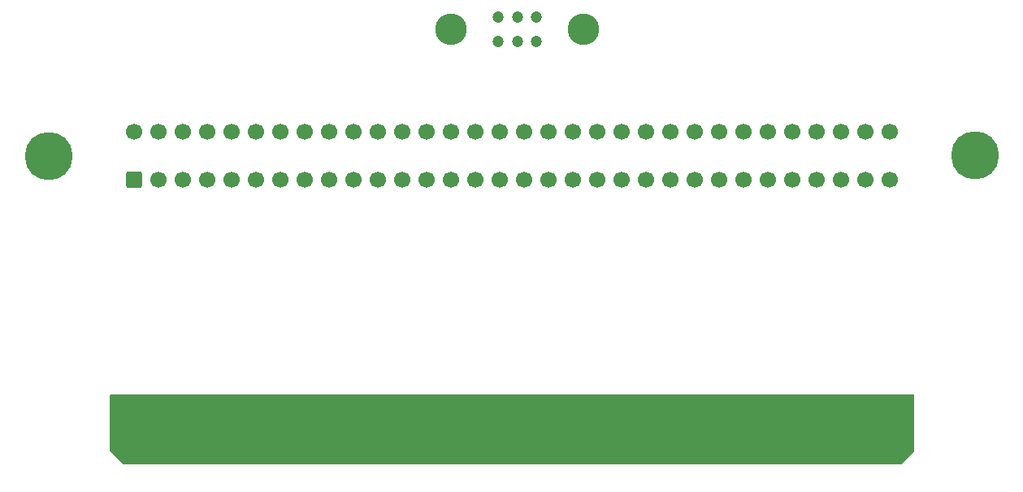
<source format=gts>
G04 #@! TF.GenerationSoftware,KiCad,Pcbnew,9.0.5*
G04 #@! TF.CreationDate,2025-10-21T18:02:58+01:00*
G04 #@! TF.ProjectId,md-dumper-mega-tech-adapter,6d642d64-756d-4706-9572-2d6d6567612d,rev?*
G04 #@! TF.SameCoordinates,Original*
G04 #@! TF.FileFunction,Soldermask,Top*
G04 #@! TF.FilePolarity,Negative*
%FSLAX46Y46*%
G04 Gerber Fmt 4.6, Leading zero omitted, Abs format (unit mm)*
G04 Created by KiCad (PCBNEW 9.0.5) date 2025-10-21 18:02:58*
%MOMM*%
%LPD*%
G01*
G04 APERTURE LIST*
G04 Aperture macros list*
%AMRoundRect*
0 Rectangle with rounded corners*
0 $1 Rounding radius*
0 $2 $3 $4 $5 $6 $7 $8 $9 X,Y pos of 4 corners*
0 Add a 4 corners polygon primitive as box body*
4,1,4,$2,$3,$4,$5,$6,$7,$8,$9,$2,$3,0*
0 Add four circle primitives for the rounded corners*
1,1,$1+$1,$2,$3*
1,1,$1+$1,$4,$5*
1,1,$1+$1,$6,$7*
1,1,$1+$1,$8,$9*
0 Add four rect primitives between the rounded corners*
20,1,$1+$1,$2,$3,$4,$5,0*
20,1,$1+$1,$4,$5,$6,$7,0*
20,1,$1+$1,$6,$7,$8,$9,0*
20,1,$1+$1,$8,$9,$2,$3,0*%
G04 Aperture macros list end*
%ADD10C,1.700000*%
%ADD11RoundRect,0.250000X0.600000X-0.600000X0.600000X0.600000X-0.600000X0.600000X-0.600000X-0.600000X0*%
%ADD12C,5.000000*%
%ADD13R,1.778000X6.985000*%
%ADD14C,1.200000*%
%ADD15C,3.290000*%
G04 APERTURE END LIST*
D10*
X106670000Y-95675000D03*
X109210000Y-95675000D03*
X111750000Y-95675000D03*
X114290000Y-95675000D03*
X116830000Y-95675000D03*
X119370000Y-95675000D03*
X121910000Y-95675000D03*
X124450000Y-95675000D03*
X126990000Y-95675000D03*
X129530000Y-95675000D03*
X132070000Y-95675000D03*
X134610000Y-95675000D03*
X137150000Y-95675000D03*
X139690000Y-95675000D03*
X142230000Y-95675000D03*
X144770000Y-95675000D03*
X147310000Y-95675000D03*
X149850000Y-95675000D03*
X152390000Y-95675000D03*
X154930000Y-95675000D03*
X157470000Y-95675000D03*
X160010000Y-95675000D03*
X162550000Y-95675000D03*
X165090000Y-95675000D03*
X167630000Y-95675000D03*
X170170000Y-95675000D03*
X172710000Y-95675000D03*
X175250000Y-95675000D03*
X177790000Y-95675000D03*
X180330000Y-95675000D03*
X182870000Y-95675000D03*
X185410000Y-95675000D03*
D11*
X106670000Y-100675000D03*
D10*
X109210000Y-100675000D03*
X111750000Y-100675000D03*
X114290000Y-100675000D03*
X116830000Y-100675000D03*
X119370000Y-100675000D03*
X121910000Y-100675000D03*
X124450000Y-100675000D03*
X126990000Y-100675000D03*
X129530000Y-100675000D03*
X132070000Y-100675000D03*
X134610000Y-100675000D03*
X137150000Y-100675000D03*
X139690000Y-100675000D03*
X142230000Y-100675000D03*
X144770000Y-100675000D03*
X147310000Y-100675000D03*
X149850000Y-100675000D03*
X152390000Y-100675000D03*
X154930000Y-100675000D03*
X157470000Y-100675000D03*
X160010000Y-100675000D03*
X162550000Y-100675000D03*
X165090000Y-100675000D03*
X167630000Y-100675000D03*
X170170000Y-100675000D03*
X172710000Y-100675000D03*
X175250000Y-100675000D03*
X177790000Y-100675000D03*
X180330000Y-100675000D03*
X182870000Y-100675000D03*
X185410000Y-100675000D03*
D12*
X97730000Y-98175000D03*
X194295000Y-98140000D03*
D13*
X106680000Y-126492000D03*
X109220000Y-126492000D03*
X111760000Y-126492000D03*
X114300000Y-126492000D03*
X116840000Y-126492000D03*
X119380000Y-126492000D03*
X121920000Y-126492000D03*
X124460000Y-126492000D03*
X127000000Y-126492000D03*
X129540000Y-126492000D03*
X132080000Y-126492000D03*
X134620000Y-126492000D03*
X137160000Y-126492000D03*
X139700000Y-126492000D03*
X142240000Y-126492000D03*
X144780000Y-126492000D03*
X147320000Y-126492000D03*
X149860000Y-126492000D03*
X152400000Y-126492000D03*
X154940000Y-126492000D03*
X157480000Y-126492000D03*
X160020000Y-126492000D03*
X162560000Y-126492000D03*
X165100000Y-126492000D03*
X167640000Y-126492000D03*
X170180000Y-126492000D03*
X172720000Y-126492000D03*
X175260000Y-126492000D03*
X177800000Y-126492000D03*
X180340000Y-126492000D03*
X182880000Y-126492000D03*
X185420000Y-126492000D03*
D14*
X148600000Y-83750000D03*
X146600000Y-83750000D03*
X144600000Y-83750000D03*
X148600000Y-86250000D03*
X146600000Y-86250000D03*
X144600000Y-86250000D03*
D15*
X153500000Y-85000000D03*
X139700000Y-85000000D03*
G36*
X187902121Y-123020002D02*
G01*
X187948614Y-123073658D01*
X187960000Y-123126000D01*
X187960000Y-128852861D01*
X187939998Y-128920982D01*
X187923159Y-128941893D01*
X186601915Y-130265032D01*
X186539627Y-130299101D01*
X186512756Y-130302000D01*
X105589190Y-130302000D01*
X105521069Y-130281998D01*
X105500095Y-130265095D01*
X104176905Y-128941905D01*
X104142879Y-128879593D01*
X104140000Y-128852810D01*
X104140000Y-123126000D01*
X104160002Y-123057879D01*
X104213658Y-123011386D01*
X104266000Y-123000000D01*
X187834000Y-123000000D01*
X187902121Y-123020002D01*
G37*
M02*

</source>
